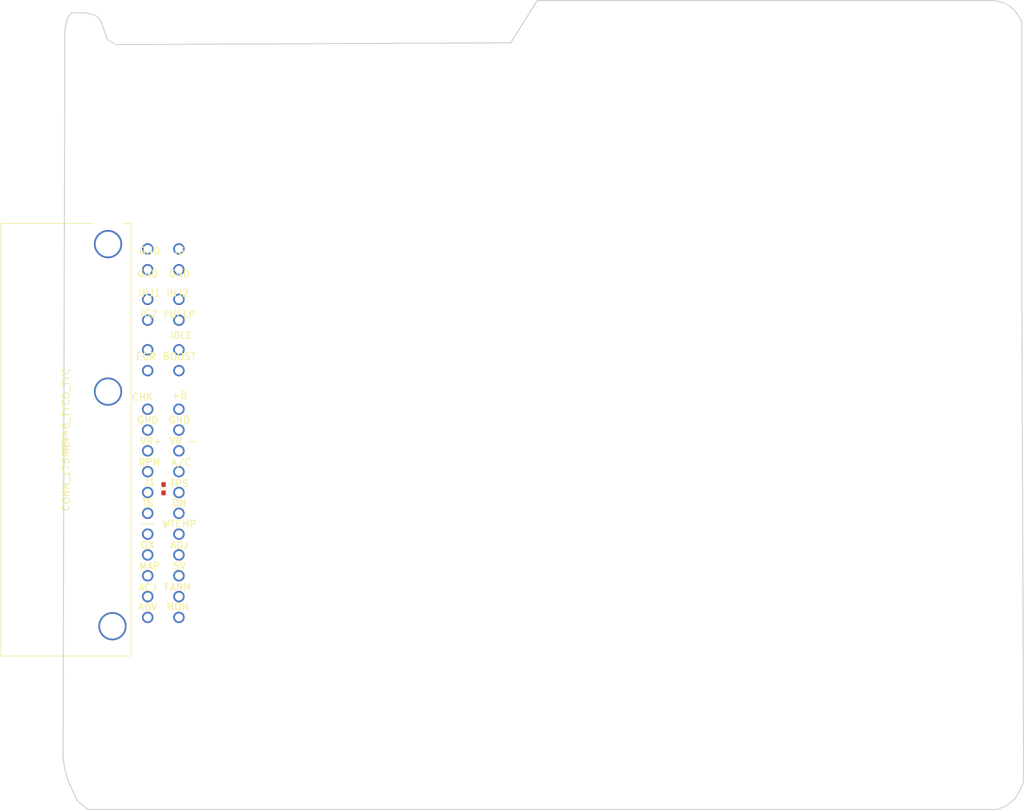
<source format=kicad_pcb>
(kicad_pcb (version 20171130) (host pcbnew "(5.1.10)-1")

  (general
    (thickness 1.6)
    (drawings 63)
    (tracks 0)
    (zones 0)
    (modules 2)
    (nets 1)
  )

  (page A4)
  (layers
    (0 F.Cu signal)
    (31 B.Cu signal)
    (32 B.Adhes user)
    (33 F.Adhes user)
    (34 B.Paste user)
    (35 F.Paste user)
    (36 B.SilkS user)
    (37 F.SilkS user)
    (38 B.Mask user)
    (39 F.Mask user)
    (40 Dwgs.User user)
    (41 Cmts.User user)
    (42 Eco1.User user)
    (43 Eco2.User user)
    (44 Edge.Cuts user)
    (45 Margin user)
    (46 B.CrtYd user)
    (47 F.CrtYd user)
    (48 B.Fab user)
    (49 F.Fab user)
  )

  (setup
    (last_trace_width 0.25)
    (trace_clearance 0.2)
    (zone_clearance 0.508)
    (zone_45_only no)
    (trace_min 0.2)
    (via_size 0.8)
    (via_drill 0.4)
    (via_min_size 0.4)
    (via_min_drill 0.3)
    (uvia_size 0.3)
    (uvia_drill 0.1)
    (uvias_allowed no)
    (uvia_min_size 0.2)
    (uvia_min_drill 0.1)
    (edge_width 0.05)
    (segment_width 0.2)
    (pcb_text_width 0.3)
    (pcb_text_size 1.5 1.5)
    (mod_edge_width 0.12)
    (mod_text_size 1 1)
    (mod_text_width 0.15)
    (pad_size 1.524 1.524)
    (pad_drill 0.762)
    (pad_to_mask_clearance 0)
    (aux_axis_origin 0 0)
    (visible_elements FFFFFF7F)
    (pcbplotparams
      (layerselection 0x010fc_ffffffff)
      (usegerberextensions false)
      (usegerberattributes true)
      (usegerberadvancedattributes true)
      (creategerberjobfile true)
      (excludeedgelayer true)
      (linewidth 0.100000)
      (plotframeref false)
      (viasonmask false)
      (mode 1)
      (useauxorigin false)
      (hpglpennumber 1)
      (hpglpenspeed 20)
      (hpglpendiameter 15.000000)
      (psnegative false)
      (psa4output false)
      (plotreference true)
      (plotvalue true)
      (plotinvisibletext false)
      (padsonsilk false)
      (subtractmaskfromsilk false)
      (outputformat 1)
      (mirror false)
      (drillshape 1)
      (scaleselection 1)
      (outputdirectory ""))
  )

  (net 0 "")

  (net_class Default "This is the default net class."
    (clearance 0.2)
    (trace_width 0.25)
    (via_dia 0.8)
    (via_drill 0.4)
    (uvia_dia 0.3)
    (uvia_drill 0.1)
  )

  (module Resistor_SMD:R_0402_1005Metric_Pad0.72x0.64mm_HandSolder (layer F.Cu) (tedit 5F6BB9E0) (tstamp 639021D0)
    (at 86.36 102.87 90)
    (descr "Resistor SMD 0402 (1005 Metric), square (rectangular) end terminal, IPC_7351 nominal with elongated pad for handsoldering. (Body size source: IPC-SM-782 page 72, https://www.pcb-3d.com/wordpress/wp-content/uploads/ipc-sm-782a_amendment_1_and_2.pdf), generated with kicad-footprint-generator")
    (tags "resistor handsolder")
    (attr smd)
    (fp_text reference REF** (at 0 -1.17 90) (layer F.SilkS) hide
      (effects (font (size 1 1) (thickness 0.15)))
    )
    (fp_text value R_0402_1005Metric_Pad0.72x0.64mm_HandSolder (at 0 1.17 90) (layer F.Fab)
      (effects (font (size 1 1) (thickness 0.15)))
    )
    (fp_line (start 1.1 0.47) (end -1.1 0.47) (layer F.CrtYd) (width 0.05))
    (fp_line (start 1.1 -0.47) (end 1.1 0.47) (layer F.CrtYd) (width 0.05))
    (fp_line (start -1.1 -0.47) (end 1.1 -0.47) (layer F.CrtYd) (width 0.05))
    (fp_line (start -1.1 0.47) (end -1.1 -0.47) (layer F.CrtYd) (width 0.05))
    (fp_line (start -0.167621 0.38) (end 0.167621 0.38) (layer F.SilkS) (width 0.12))
    (fp_line (start -0.167621 -0.38) (end 0.167621 -0.38) (layer F.SilkS) (width 0.12))
    (fp_line (start 0.525 0.27) (end -0.525 0.27) (layer F.Fab) (width 0.1))
    (fp_line (start 0.525 -0.27) (end 0.525 0.27) (layer F.Fab) (width 0.1))
    (fp_line (start -0.525 -0.27) (end 0.525 -0.27) (layer F.Fab) (width 0.1))
    (fp_line (start -0.525 0.27) (end -0.525 -0.27) (layer F.Fab) (width 0.1))
    (fp_text user %R (at 0 0 90) (layer F.Fab)
      (effects (font (size 0.26 0.26) (thickness 0.04)))
    )
    (pad 1 smd roundrect (at -0.5975 0 90) (size 0.715 0.64) (layers F.Cu F.Paste F.Mask) (roundrect_rratio 0.25))
    (pad 2 smd roundrect (at 0.5975 0 90) (size 0.715 0.64) (layers F.Cu F.Paste F.Mask) (roundrect_rratio 0.25))
    (model ${KISYS3DMOD}/Resistor_SMD.3dshapes/R_0402_1005Metric.wrl
      (at (xyz 0 0 0))
      (scale (xyz 1 1 1))
      (rotate (xyz 0 0 0))
    )
  )

  (module EA11R_Connector:175444-6 (layer F.Cu) (tedit 61052D1C) (tstamp 63902198)
    (at 84.074 121.412 90)
    (fp_text reference REF** (at 25.59878 -11.7602 90) (layer F.SilkS)
      (effects (font (size 1 1) (thickness 0.15)))
    )
    (fp_text value CONN_175444-6_TYCO_TYC (at 25.59878 -11.7602 90) (layer F.SilkS)
      (effects (font (size 1 1) (thickness 0.15)))
    )
    (fp_line (start 56.90428 -21.2598) (end 56.90428 -2.2606) (layer F.CrtYd) (width 0.05))
    (fp_line (start -5.70672 -21.2598) (end 56.90428 -21.2598) (layer F.CrtYd) (width 0.05))
    (fp_line (start -5.70672 -2.2606) (end -5.70672 -21.2598) (layer F.CrtYd) (width 0.05))
    (fp_line (start 56.90428 -2.2606) (end -5.70672 -2.2606) (layer F.CrtYd) (width 0.05))
    (fp_line (start 56.77728 -7.929324) (end 56.77728 -21.1328) (layer F.SilkS) (width 0.12))
    (fp_line (start -5.45272 -21.0058) (end -5.45272 -2.5146) (layer F.Fab) (width 0.1))
    (fp_line (start 56.65028 -21.0058) (end -5.45272 -21.0058) (layer F.Fab) (width 0.1))
    (fp_line (start 56.65028 -2.5146) (end 56.65028 -21.0058) (layer F.Fab) (width 0.1))
    (fp_line (start -5.45272 -2.5146) (end 56.65028 -2.5146) (layer F.Fab) (width 0.1))
    (fp_line (start -5.57972 -21.1328) (end -5.57972 -2.3876) (layer F.SilkS) (width 0.12))
    (fp_line (start 56.77728 -21.1328) (end -5.57972 -21.1328) (layer F.SilkS) (width 0.12))
    (fp_line (start 56.77728 -2.3876) (end 56.77728 -3.500676) (layer F.SilkS) (width 0.12))
    (fp_line (start -5.57972 -2.3876) (end 56.77728 -2.3876) (layer F.SilkS) (width 0.12))
    (fp_text user "Copyright 2021 Accelerated Designs. All rights reserved." (at 0 0 90) (layer Cmts.User)
      (effects (font (size 0.127 0.127) (thickness 0.002)))
    )
    (fp_text user * (at 0 0 90) (layer F.SilkS)
      (effects (font (size 1 1) (thickness 0.15)))
    )
    (fp_text user * (at 0 0 90) (layer F.Fab)
      (effects (font (size 1 1) (thickness 0.15)))
    )
    (pad 1 thru_hole circle (at 0 0 90) (size 1.651 1.651) (drill 1.143) (layers *.Cu *.Mask))
    (pad 2 thru_hole circle (at 2.999999 0 90) (size 1.651 1.651) (drill 1.143) (layers *.Cu *.Mask))
    (pad 3 thru_hole circle (at 5.999998 0 90) (size 1.651 1.651) (drill 1.143) (layers *.Cu *.Mask))
    (pad 4 thru_hole circle (at 8.999997 0 90) (size 1.651 1.651) (drill 1.143) (layers *.Cu *.Mask))
    (pad 5 thru_hole circle (at 11.999996 0 90) (size 1.651 1.651) (drill 1.143) (layers *.Cu *.Mask))
    (pad 6 thru_hole circle (at 14.999995 0 90) (size 1.651 1.651) (drill 1.143) (layers *.Cu *.Mask))
    (pad 7 thru_hole circle (at 17.999994 0 90) (size 1.651 1.651) (drill 1.143) (layers *.Cu *.Mask))
    (pad 8 thru_hole circle (at 20.999993 0 90) (size 1.651 1.651) (drill 1.143) (layers *.Cu *.Mask))
    (pad 9 thru_hole circle (at 23.999992 0 90) (size 1.651 1.651) (drill 1.143) (layers *.Cu *.Mask))
    (pad 10 thru_hole circle (at 26.999991 0 90) (size 1.651 1.651) (drill 1.143) (layers *.Cu *.Mask))
    (pad 11 thru_hole circle (at 29.999991 0 90) (size 1.651 1.651) (drill 1.143) (layers *.Cu *.Mask))
    (pad 12 thru_hole circle (at 35.562591 0 90) (size 1.651 1.651) (drill 1.143) (layers *.Cu *.Mask))
    (pad 13 thru_hole circle (at 38.56259 0 90) (size 1.651 1.651) (drill 1.143) (layers *.Cu *.Mask))
    (pad 14 thru_hole circle (at 42.832589 0 90) (size 1.651 1.651) (drill 1.143) (layers *.Cu *.Mask))
    (pad 15 thru_hole circle (at 45.832588 0 90) (size 1.651 1.651) (drill 1.143) (layers *.Cu *.Mask))
    (pad 16 thru_hole circle (at 50.102587 0 90) (size 1.651 1.651) (drill 1.143) (layers *.Cu *.Mask))
    (pad 17 thru_hole circle (at 53.102586 0 90) (size 1.651 1.651) (drill 1.143) (layers *.Cu *.Mask))
    (pad 18 thru_hole circle (at 0 4.500001 90) (size 1.651 1.651) (drill 1.143) (layers *.Cu *.Mask))
    (pad 19 thru_hole circle (at 2.999999 4.500001 90) (size 1.651 1.651) (drill 1.143) (layers *.Cu *.Mask))
    (pad 20 thru_hole circle (at 5.999998 4.500001 90) (size 1.651 1.651) (drill 1.143) (layers *.Cu *.Mask))
    (pad 21 thru_hole circle (at 8.999997 4.500001 90) (size 1.651 1.651) (drill 1.143) (layers *.Cu *.Mask))
    (pad 22 thru_hole circle (at 11.999996 4.500001 90) (size 1.651 1.651) (drill 1.143) (layers *.Cu *.Mask))
    (pad 23 thru_hole circle (at 14.999995 4.500001 90) (size 1.651 1.651) (drill 1.143) (layers *.Cu *.Mask))
    (pad 24 thru_hole circle (at 17.999994 4.500001 90) (size 1.651 1.651) (drill 1.143) (layers *.Cu *.Mask))
    (pad 25 thru_hole circle (at 20.999993 4.500001 90) (size 1.651 1.651) (drill 1.143) (layers *.Cu *.Mask))
    (pad 26 thru_hole circle (at 23.999992 4.500001 90) (size 1.651 1.651) (drill 1.143) (layers *.Cu *.Mask))
    (pad 27 thru_hole circle (at 26.999991 4.500001 90) (size 1.651 1.651) (drill 1.143) (layers *.Cu *.Mask))
    (pad 28 thru_hole circle (at 29.999991 4.500001 90) (size 1.651 1.651) (drill 1.143) (layers *.Cu *.Mask))
    (pad 29 thru_hole circle (at 35.562591 4.500001 90) (size 1.651 1.651) (drill 1.143) (layers *.Cu *.Mask))
    (pad 30 thru_hole circle (at 38.56259 4.500001 90) (size 1.651 1.651) (drill 1.143) (layers *.Cu *.Mask))
    (pad 31 thru_hole circle (at 42.832589 4.500001 90) (size 1.651 1.651) (drill 1.143) (layers *.Cu *.Mask))
    (pad 32 thru_hole circle (at 45.832588 4.500001 90) (size 1.651 1.651) (drill 1.143) (layers *.Cu *.Mask))
    (pad 33 thru_hole circle (at 50.102587 4.500001 90) (size 1.651 1.651) (drill 1.143) (layers *.Cu *.Mask))
    (pad 34 thru_hole circle (at 53.102586 4.500001 90) (size 1.651 1.651) (drill 1.143) (layers *.Cu *.Mask))
    (pad 35 thru_hole circle (at -1.27 -5.08 90) (size 4.064 4.064) (drill 3.556) (layers *.Cu *.Mask))
    (pad 36 thru_hole circle (at 32.5374 -5.715 90) (size 4.064 4.064) (drill 3.556) (layers *.Cu *.Mask))
    (pad 37 thru_hole circle (at 53.797198 -5.715 90) (size 4.064 4.064) (drill 3.556) (layers *.Cu *.Mask))
    (model ${KISYS3DMOD}/EA11R_connector.3dshapes/175444-6.stp
      (offset (xyz 32.8676 20.5232 10.6426))
      (scale (xyz 0.976 0.98 0.98))
      (rotate (xyz -90 0 180))
    )
  )

  (gr_line (start 75.438 149.098) (end 206.502 149.098) (layer Edge.Cuts) (width 0.15) (tstamp 639021F7))
  (gr_line (start 72.136 36.576) (end 71.882 141.732) (layer Edge.Cuts) (width 0.15) (tstamp 639021F6))
  (gr_line (start 205.994 32.512) (end 140.208 32.512) (layer Edge.Cuts) (width 0.15) (tstamp 639021F5))
  (gr_line (start 78.232 38.1) (end 79.502 38.862) (layer Edge.Cuts) (width 0.15) (tstamp 639021F4))
  (gr_line (start 136.398 38.608) (end 140.208 32.512) (layer Edge.Cuts) (width 0.15) (tstamp 639021F3))
  (gr_line (start 210.312 145.034) (end 210.058 77.978) (layer Edge.Cuts) (width 0.15) (tstamp 639021F2))
  (gr_line (start 210.058 35.56) (end 210.058 77.978) (layer Edge.Cuts) (width 0.15) (tstamp 639021F1))
  (gr_line (start 77.724 36.576) (end 78.232 38.1) (layer Edge.Cuts) (width 0.15) (tstamp 639021F0))
  (gr_line (start 79.502 38.862) (end 136.398 38.608) (layer Edge.Cuts) (width 0.15) (tstamp 639021EF))
  (gr_line (start 207.264 32.766) (end 205.994 32.512) (layer Edge.Cuts) (width 0.15) (tstamp 639021EE))
  (gr_line (start 72.644 34.798) (end 72.39 35.56) (layer Edge.Cuts) (width 0.15) (tstamp 639021ED))
  (gr_line (start 73.152 34.29) (end 75.184 34.29) (layer Edge.Cuts) (width 0.15) (tstamp 639021EC))
  (gr_line (start 73.152 34.29) (end 72.644 34.798) (layer Edge.Cuts) (width 0.15) (tstamp 639021EB))
  (gr_line (start 208.28 33.274) (end 207.264 32.766) (layer Edge.Cuts) (width 0.15) (tstamp 639021EA))
  (gr_line (start 76.708 34.798) (end 77.216 35.306) (layer Edge.Cuts) (width 0.15) (tstamp 639021E9))
  (gr_line (start 72.39 35.56) (end 72.136 36.576) (layer Edge.Cuts) (width 0.15) (tstamp 639021E8))
  (gr_line (start 209.296 34.29) (end 208.28 33.274) (layer Edge.Cuts) (width 0.15) (tstamp 639021E7))
  (gr_line (start 77.216 35.306) (end 77.47 35.814) (layer Edge.Cuts) (width 0.15) (tstamp 639021E6))
  (gr_line (start 210.058 35.56) (end 209.296 34.29) (layer Edge.Cuts) (width 0.15) (tstamp 639021E5))
  (gr_line (start 76.2 34.544) (end 76.708 34.798) (layer Edge.Cuts) (width 0.15) (tstamp 639021E4))
  (gr_line (start 77.47 35.814) (end 77.724 36.576) (layer Edge.Cuts) (width 0.15) (tstamp 639021E3))
  (gr_line (start 75.184 34.29) (end 76.2 34.544) (layer Edge.Cuts) (width 0.15) (tstamp 639021E2))
  (gr_line (start 207.772 148.59) (end 209.042 147.574) (layer Edge.Cuts) (width 0.15) (tstamp 639021E1))
  (gr_line (start 206.502 149.098) (end 207.772 148.59) (layer Edge.Cuts) (width 0.15) (tstamp 639021E0))
  (gr_text "IDLE\n" (at 88.9 80.772) (layer F.SilkS) (tstamp 63902197)
    (effects (font (size 1 1) (thickness 0.15)))
  )
  (gr_text "FUELP\n" (at 88.634 77.734) (layer F.SilkS) (tstamp 63902196)
    (effects (font (size 1 1) (thickness 0.15)))
  )
  (gr_text GND (at 84.328 68.58) (layer F.SilkS) (tstamp 63902195)
    (effects (font (size 1 1) (thickness 0.15)))
  )
  (gr_text "INJ2\n" (at 88.392 74.676) (layer F.SilkS) (tstamp 63902194)
    (effects (font (size 1 1) (thickness 0.15)))
  )
  (gr_text IG (at 88.646 68.58) (layer F.SilkS) (tstamp 63902193)
    (effects (font (size 1 1) (thickness 0.15)))
  )
  (gr_text GND (at 88.646 92.964) (layer F.SilkS) (tstamp 63902192)
    (effects (font (size 1 1) (thickness 0.15)))
  )
  (gr_text WTEMP (at 88.646 107.95) (layer F.SilkS) (tstamp 63902191)
    (effects (font (size 1 1) (thickness 0.15)))
  )
  (gr_text IG2 (at 84.224 77.654) (layer F.SilkS) (tstamp 63902190)
    (effects (font (size 1 1) (thickness 0.15)))
  )
  (gr_text "EGR\n" (at 83.82 83.82) (layer F.SilkS) (tstamp 6390218F)
    (effects (font (size 1 1) (thickness 0.15)))
  )
  (gr_text TS (at 84.074 104.902) (layer F.SilkS) (tstamp 6390218E)
    (effects (font (size 1 1) (thickness 0.15)))
  )
  (gr_text 5V (at 88.646 114.046) (layer F.SilkS) (tstamp 6390218D)
    (effects (font (size 1 1) (thickness 0.15)))
  )
  (gr_text +B (at 88.646 89.408) (layer F.SilkS) (tstamp 6390218C)
    (effects (font (size 1 1) (thickness 0.15)))
  )
  (gr_text VR+ (at 84.582 96.012) (layer F.SilkS) (tstamp 6390218B)
    (effects (font (size 1 1) (thickness 0.15)))
  )
  (gr_text OX (at 84.074 110.998) (layer F.SilkS) (tstamp 6390218A)
    (effects (font (size 1 1) (thickness 0.15)))
  )
  (gr_text CHK (at 83.312 89.662) (layer F.SilkS) (tstamp 63902189)
    (effects (font (size 1 1) (thickness 0.15)))
  )
  (gr_text MAP (at 84.328 114.046) (layer F.SilkS) (tstamp 63902188)
    (effects (font (size 1 1) (thickness 0.15)))
  )
  (gr_text "DN\n" (at 88.646 104.902) (layer F.SilkS) (tstamp 63902187)
    (effects (font (size 1 1) (thickness 0.15)))
  )
  (gr_text ABV (at 84.074 119.888) (layer F.SilkS) (tstamp 63902186)
    (effects (font (size 1 1) (thickness 0.15)))
  )
  (gr_text J1 (at 84.328 101.854) (layer F.SilkS) (tstamp 63902185)
    (effects (font (size 1 1) (thickness 0.15)))
  )
  (gr_text "FANM\n" (at 88.392 117.094) (layer F.SilkS) (tstamp 63902184)
    (effects (font (size 1 1) (thickness 0.15)))
  )
  (gr_text "BOOST\n" (at 88.646 83.82) (layer F.SilkS) (tstamp 63902183)
    (effects (font (size 1 1) (thickness 0.15)))
  )
  (gr_text "INTAKE TEMP" (at 84.074 107.95) (layer F.SilkS) (tstamp 63902182)
    (effects (font (size 0.2 0.2) (thickness 0.05)))
  )
  (gr_text "INJ1\n" (at 84.328 74.676) (layer F.SilkS) (tstamp 63902181)
    (effects (font (size 1 1) (thickness 0.15)))
  )
  (gr_text ADJ (at 88.646 110.998) (layer F.SilkS) (tstamp 63902180)
    (effects (font (size 1 1) (thickness 0.15)))
  )
  (gr_text "VR -" (at 89.154 96.012) (layer F.SilkS) (tstamp 6390217F)
    (effects (font (size 1 1) (thickness 0.15)))
  )
  (gr_text "RPM\n" (at 84.328 99.06) (layer F.SilkS) (tstamp 6390217E)
    (effects (font (size 1 1) (thickness 0.15)))
  )
  (gr_text "TPS\n" (at 88.646 102.108) (layer F.SilkS) (tstamp 6390217D)
    (effects (font (size 1 1) (thickness 0.15)))
  )
  (gr_text GND (at 84.074 92.964) (layer F.SilkS) (tstamp 6390217C)
    (effects (font (size 1 1) (thickness 0.15)))
  )
  (gr_text A/C (at 88.9 99.06) (layer F.SilkS) (tstamp 6390217B)
    (effects (font (size 1 1) (thickness 0.15)))
  )
  (gr_text MON (at 88.392 119.888) (layer F.SilkS) (tstamp 6390217A)
    (effects (font (size 1 1) (thickness 0.15)))
  )
  (gr_text GND (at 88.646 71.882) (layer F.SilkS) (tstamp 63902179)
    (effects (font (size 1 1) (thickness 0.15)))
  )
  (gr_text ACJ (at 84.074 117.094) (layer F.SilkS) (tstamp 63902178)
    (effects (font (size 1 1) (thickness 0.15)))
  )
  (gr_text GND (at 84.074 71.882) (layer F.SilkS) (tstamp 63902177)
    (effects (font (size 1 1) (thickness 0.15)))
  )
  (gr_line (start 209.042 147.574) (end 209.804 146.304) (layer Edge.Cuts) (width 0.15) (tstamp 63902176))
  (gr_line (start 209.804 146.304) (end 210.312 145.034) (layer Edge.Cuts) (width 0.15) (tstamp 63902175))
  (gr_line (start 72.136 143.256) (end 71.882 141.732) (layer Edge.Cuts) (width 0.15) (tstamp 63902174))
  (gr_line (start 75.438 149.098) (end 73.914 147.828) (layer Edge.Cuts) (width 0.15) (tstamp 63902173))
  (gr_line (start 72.644 145.034) (end 72.136 143.256) (layer Edge.Cuts) (width 0.15) (tstamp 63902172))
  (gr_line (start 73.914 147.828) (end 72.644 145.034) (layer Edge.Cuts) (width 0.15) (tstamp 63902171))

)

</source>
